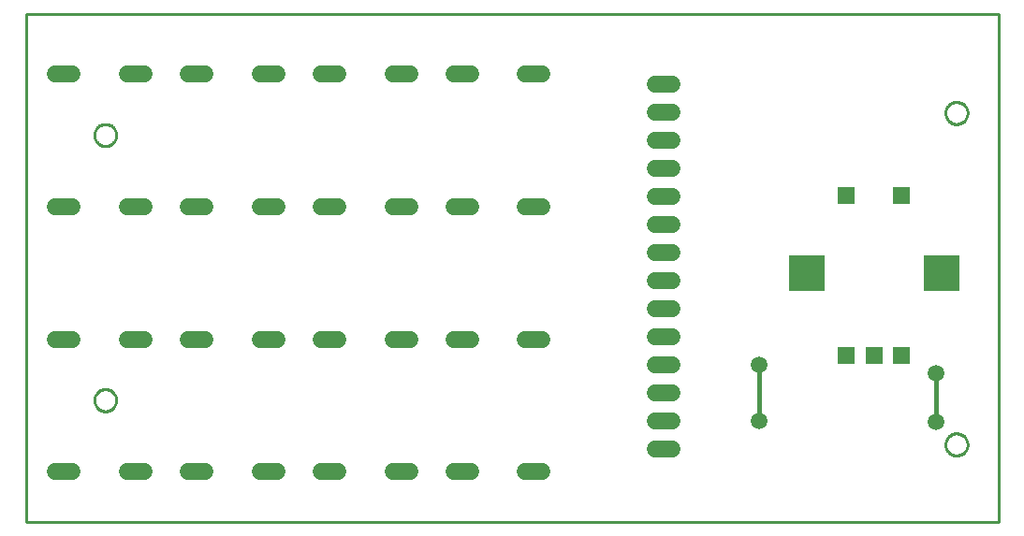
<source format=gbr>
G04 EAGLE Gerber RS-274X export*
G75*
%MOMM*%
%FSLAX34Y34*%
%LPD*%
%INTop Copper*%
%IPPOS*%
%AMOC8*
5,1,8,0,0,1.08239X$1,22.5*%
G01*
%ADD10C,1.524000*%
%ADD11R,1.508000X1.508000*%
%ADD12R,3.216000X3.216000*%
%ADD13C,1.500000*%
%ADD14C,0.406400*%
%ADD15C,0.254000*%


D10*
X568960Y396240D02*
X584200Y396240D01*
X584200Y370840D02*
X568960Y370840D01*
X568960Y345440D02*
X584200Y345440D01*
X584200Y320040D02*
X568960Y320040D01*
X568960Y294640D02*
X584200Y294640D01*
X584200Y269240D02*
X568960Y269240D01*
X568960Y243840D02*
X584200Y243840D01*
X584200Y218440D02*
X568960Y218440D01*
X568960Y193040D02*
X584200Y193040D01*
X584200Y167640D02*
X568960Y167640D01*
X568960Y142240D02*
X584200Y142240D01*
X584200Y116840D02*
X568960Y116840D01*
X568960Y91440D02*
X584200Y91440D01*
X584200Y66040D02*
X568960Y66040D01*
D11*
X742120Y150360D03*
X767120Y150360D03*
X792120Y150360D03*
X742120Y295360D03*
X792120Y295360D03*
D12*
X706120Y225360D03*
X828120Y225360D03*
D10*
X42228Y405360D02*
X26988Y405360D01*
X92012Y405360D02*
X107252Y405360D01*
X146988Y405360D02*
X162228Y405360D01*
X212012Y405360D02*
X227252Y405360D01*
X266988Y405360D02*
X282228Y405360D01*
X332012Y405360D02*
X347252Y405360D01*
X386988Y405360D02*
X402228Y405360D01*
X452012Y405360D02*
X467252Y405360D01*
X42228Y285360D02*
X26988Y285360D01*
X92012Y285360D02*
X107252Y285360D01*
X146988Y285360D02*
X162228Y285360D01*
X212012Y285360D02*
X227252Y285360D01*
X266988Y285360D02*
X282228Y285360D01*
X332012Y285360D02*
X347252Y285360D01*
X386988Y285360D02*
X402228Y285360D01*
X452012Y285360D02*
X467252Y285360D01*
X42228Y165360D02*
X26988Y165360D01*
X92012Y165360D02*
X107252Y165360D01*
X146988Y165360D02*
X162228Y165360D01*
X212012Y165360D02*
X227252Y165360D01*
X266988Y165360D02*
X282228Y165360D01*
X332012Y165360D02*
X347252Y165360D01*
X386988Y165360D02*
X402228Y165360D01*
X452012Y165360D02*
X467252Y165360D01*
X42228Y45360D02*
X26988Y45360D01*
X92012Y45360D02*
X107252Y45360D01*
X146988Y45360D02*
X162228Y45360D01*
X212012Y45360D02*
X227252Y45360D01*
X266988Y45360D02*
X282228Y45360D01*
X332012Y45360D02*
X347252Y45360D01*
X386988Y45360D02*
X402228Y45360D01*
X452012Y45360D02*
X467252Y45360D01*
D13*
X662940Y91440D03*
X662940Y142240D03*
D14*
X662940Y91440D01*
D13*
X822960Y134620D03*
X822960Y90170D03*
D14*
X822960Y134620D01*
D15*
X0Y0D02*
X880000Y0D01*
X880000Y460000D01*
X0Y460000D01*
X0Y0D01*
X81900Y109563D02*
X81824Y108694D01*
X81672Y107834D01*
X81446Y106990D01*
X81148Y106170D01*
X80779Y105378D01*
X80342Y104622D01*
X79841Y103907D01*
X79280Y103238D01*
X78662Y102620D01*
X77993Y102059D01*
X77278Y101558D01*
X76522Y101121D01*
X75730Y100752D01*
X74910Y100454D01*
X74066Y100228D01*
X73207Y100076D01*
X72337Y100000D01*
X71463Y100000D01*
X70594Y100076D01*
X69734Y100228D01*
X68890Y100454D01*
X68070Y100752D01*
X67278Y101121D01*
X66522Y101558D01*
X65807Y102059D01*
X65138Y102620D01*
X64520Y103238D01*
X63959Y103907D01*
X63458Y104622D01*
X63021Y105378D01*
X62652Y106170D01*
X62354Y106990D01*
X62128Y107834D01*
X61976Y108694D01*
X61900Y109563D01*
X61900Y110437D01*
X61976Y111307D01*
X62128Y112166D01*
X62354Y113010D01*
X62652Y113830D01*
X63021Y114622D01*
X63458Y115378D01*
X63959Y116093D01*
X64520Y116762D01*
X65138Y117380D01*
X65807Y117941D01*
X66522Y118442D01*
X67278Y118879D01*
X68070Y119248D01*
X68890Y119546D01*
X69734Y119772D01*
X70594Y119924D01*
X71463Y120000D01*
X72337Y120000D01*
X73207Y119924D01*
X74066Y119772D01*
X74910Y119546D01*
X75730Y119248D01*
X76522Y118879D01*
X77278Y118442D01*
X77993Y117941D01*
X78662Y117380D01*
X79280Y116762D01*
X79841Y116093D01*
X80342Y115378D01*
X80779Y114622D01*
X81148Y113830D01*
X81446Y113010D01*
X81672Y112166D01*
X81824Y111307D01*
X81900Y110437D01*
X81900Y109563D01*
X81900Y349563D02*
X81824Y348694D01*
X81672Y347834D01*
X81446Y346990D01*
X81148Y346170D01*
X80779Y345378D01*
X80342Y344622D01*
X79841Y343907D01*
X79280Y343238D01*
X78662Y342620D01*
X77993Y342059D01*
X77278Y341558D01*
X76522Y341121D01*
X75730Y340752D01*
X74910Y340454D01*
X74066Y340228D01*
X73207Y340076D01*
X72337Y340000D01*
X71463Y340000D01*
X70594Y340076D01*
X69734Y340228D01*
X68890Y340454D01*
X68070Y340752D01*
X67278Y341121D01*
X66522Y341558D01*
X65807Y342059D01*
X65138Y342620D01*
X64520Y343238D01*
X63959Y343907D01*
X63458Y344622D01*
X63021Y345378D01*
X62652Y346170D01*
X62354Y346990D01*
X62128Y347834D01*
X61976Y348694D01*
X61900Y349563D01*
X61900Y350437D01*
X61976Y351307D01*
X62128Y352166D01*
X62354Y353010D01*
X62652Y353830D01*
X63021Y354622D01*
X63458Y355378D01*
X63959Y356093D01*
X64520Y356762D01*
X65138Y357380D01*
X65807Y357941D01*
X66522Y358442D01*
X67278Y358879D01*
X68070Y359248D01*
X68890Y359546D01*
X69734Y359772D01*
X70594Y359924D01*
X71463Y360000D01*
X72337Y360000D01*
X73207Y359924D01*
X74066Y359772D01*
X74910Y359546D01*
X75730Y359248D01*
X76522Y358879D01*
X77278Y358442D01*
X77993Y357941D01*
X78662Y357380D01*
X79280Y356762D01*
X79841Y356093D01*
X80342Y355378D01*
X80779Y354622D01*
X81148Y353830D01*
X81446Y353010D01*
X81672Y352166D01*
X81824Y351307D01*
X81900Y350437D01*
X81900Y349563D01*
X851900Y369563D02*
X851824Y368694D01*
X851672Y367834D01*
X851446Y366990D01*
X851148Y366170D01*
X850779Y365378D01*
X850342Y364622D01*
X849841Y363907D01*
X849280Y363238D01*
X848662Y362620D01*
X847993Y362059D01*
X847278Y361558D01*
X846522Y361121D01*
X845730Y360752D01*
X844910Y360454D01*
X844066Y360228D01*
X843207Y360076D01*
X842337Y360000D01*
X841463Y360000D01*
X840594Y360076D01*
X839734Y360228D01*
X838890Y360454D01*
X838070Y360752D01*
X837278Y361121D01*
X836522Y361558D01*
X835807Y362059D01*
X835138Y362620D01*
X834520Y363238D01*
X833959Y363907D01*
X833458Y364622D01*
X833021Y365378D01*
X832652Y366170D01*
X832354Y366990D01*
X832128Y367834D01*
X831976Y368694D01*
X831900Y369563D01*
X831900Y370437D01*
X831976Y371307D01*
X832128Y372166D01*
X832354Y373010D01*
X832652Y373830D01*
X833021Y374622D01*
X833458Y375378D01*
X833959Y376093D01*
X834520Y376762D01*
X835138Y377380D01*
X835807Y377941D01*
X836522Y378442D01*
X837278Y378879D01*
X838070Y379248D01*
X838890Y379546D01*
X839734Y379772D01*
X840594Y379924D01*
X841463Y380000D01*
X842337Y380000D01*
X843207Y379924D01*
X844066Y379772D01*
X844910Y379546D01*
X845730Y379248D01*
X846522Y378879D01*
X847278Y378442D01*
X847993Y377941D01*
X848662Y377380D01*
X849280Y376762D01*
X849841Y376093D01*
X850342Y375378D01*
X850779Y374622D01*
X851148Y373830D01*
X851446Y373010D01*
X851672Y372166D01*
X851824Y371307D01*
X851900Y370437D01*
X851900Y369563D01*
X851900Y69563D02*
X851824Y68694D01*
X851672Y67834D01*
X851446Y66990D01*
X851148Y66170D01*
X850779Y65378D01*
X850342Y64622D01*
X849841Y63907D01*
X849280Y63238D01*
X848662Y62620D01*
X847993Y62059D01*
X847278Y61558D01*
X846522Y61121D01*
X845730Y60752D01*
X844910Y60454D01*
X844066Y60228D01*
X843207Y60076D01*
X842337Y60000D01*
X841463Y60000D01*
X840594Y60076D01*
X839734Y60228D01*
X838890Y60454D01*
X838070Y60752D01*
X837278Y61121D01*
X836522Y61558D01*
X835807Y62059D01*
X835138Y62620D01*
X834520Y63238D01*
X833959Y63907D01*
X833458Y64622D01*
X833021Y65378D01*
X832652Y66170D01*
X832354Y66990D01*
X832128Y67834D01*
X831976Y68694D01*
X831900Y69563D01*
X831900Y70437D01*
X831976Y71307D01*
X832128Y72166D01*
X832354Y73010D01*
X832652Y73830D01*
X833021Y74622D01*
X833458Y75378D01*
X833959Y76093D01*
X834520Y76762D01*
X835138Y77380D01*
X835807Y77941D01*
X836522Y78442D01*
X837278Y78879D01*
X838070Y79248D01*
X838890Y79546D01*
X839734Y79772D01*
X840594Y79924D01*
X841463Y80000D01*
X842337Y80000D01*
X843207Y79924D01*
X844066Y79772D01*
X844910Y79546D01*
X845730Y79248D01*
X846522Y78879D01*
X847278Y78442D01*
X847993Y77941D01*
X848662Y77380D01*
X849280Y76762D01*
X849841Y76093D01*
X850342Y75378D01*
X850779Y74622D01*
X851148Y73830D01*
X851446Y73010D01*
X851672Y72166D01*
X851824Y71307D01*
X851900Y70437D01*
X851900Y69563D01*
M02*

</source>
